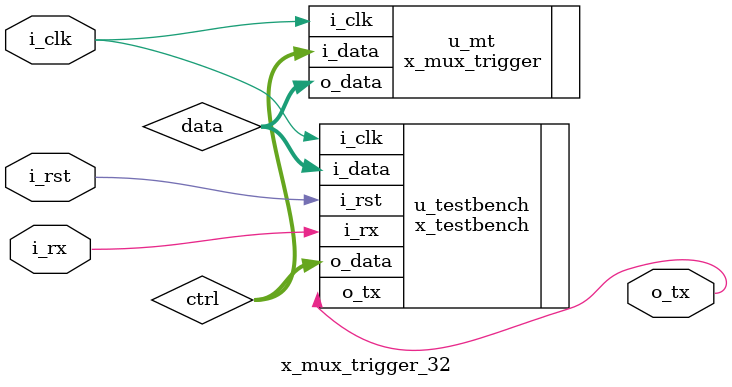
<source format=sv>
module x_mux_trigger_32 (
   input    logic    i_clk,
   input    logic    i_rst,
   input    logic    i_rx,
   output   logic    o_tx
);
 
   logic [31:0] ctrl; 
   logic [31:0] data;

   x_testbench u_testbench(
      .i_clk   (i_clk   ),
      .i_rst   (i_rst   ),
      .i_rx    (i_rx    ),
      .o_tx    (o_tx    ),
      .o_data  (ctrl    ),
      .i_data  (data    )
   );
  
   x_mux_trigger u_mt(
      .i_clk   (i_clk   ),
      .i_data  (ctrl    ),
      .o_data  (data    )
   );

endmodule


</source>
